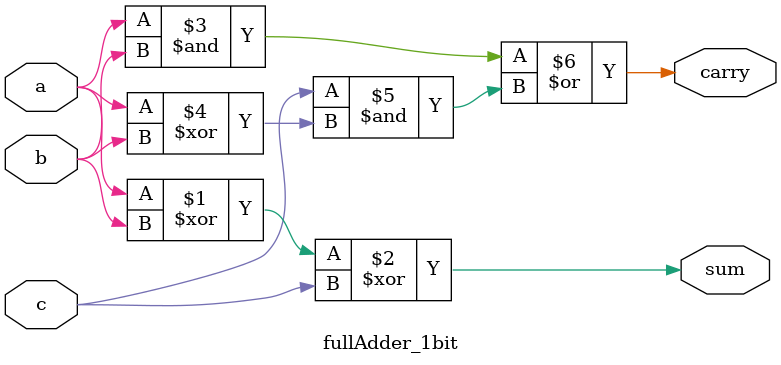
<source format=v>
/*
Title: Automatic Room Power using Bidirectional Visitor Counter

Reg No: 16CO130, 16CO247

Abstract: The aim of the project is to automate the basic components in a room which would otherwise require to be done manually. The basic components addressed here are
          the electricity in a room, maximum occupancy of a room and the entry/exit doors of a room. These components can be controlled based on the number of people in the room.
          It is very important to save energy but very few buildings have the needed technology to automatically control power. This leads to drastic wastage of power. 
          Our model aims to automatically control the power in a room. This model also has the additional functionality of limiting the number of people in the room thus 
          preventing congestion and overuse of resources in the room. This model can be implemented in classrooms(to check attendance also), theatres(limited occupancy), 
          trains(to save power and check no. of passengers), conference rooms etc. 
          
Functionalities: 1) Controls the power in the room to save energy based on the count of people inside the room
                 2) Controls the entry and exit door of the room according to the count of people inside the room
                 3) Accepts input on the maximum occupancy of room and restricts people from entering the room when maximum limit is reached
                 4) Checks for underflow and overflow in count
                 5) 7 Segment Display
                 
Brief Description on code: The main module has the following inputs: 
                           1) Up count button, 2) Down count button, 3) Reset button, 4) Upper limit on count
                           Main module initialises the "modified_counter" module which is a modified 10 bit synchronous up-down counter which has functionalites(1 to 4) described above.
                           It also initialises binary to BCD convertor module("binary_to_bcd") used to convert the 10 bit binary output from counter to BCD
                           It initialises four 7 segment displays to display the 4 digit decimal number which indicates the count
                           The outputs of the main module are
                           1) Power(on/off) 2) Entry door(open/close) 3) Exit door(open/close) 4) 4 digit Decimal display
*/

// Main module
module VerilogDM_130_247(up_count, down_count, reset, upper_limit, power, entry_door, exit_door, count_digit4, count_digit3, count_digit2, count_digit1);
    
    input up_count;                //  Input button to count up   
    input down_count;              //  Input button to count down
    input reset;                   //  Reset input to reset count to 0
    input [0:9]upper_limit;        //  Upper limit of counter
     
    output [0:3]count_digit1;      //  One's place count output
    output [0:3]count_digit2;      //  Ten's place count output
    output [0:3]count_digit3;      //  Hundred's place count output
    output [0:3]count_digit4;      //  Thousand's place of count output
    output power;                  //  Power in the room (on/off)
    output entry_door;             //  Entry door of room (open/close)
    output exit_door;              //  Exit door of room (open/close)
    
    wire [0:9]count;               //  Count of people in the room
    wire [0:6]digit1_7seg;         //  Light encoding of one's place of count output in 7 segment display
    wire [0:6]digit2_7seg;         //  Light encoding of ten's place of count output in 7 segment display
    wire [0:6]digit3_7seg;         //  Light encoding of hundred's place of count output in 7 segment display
    wire [0:6]digit4_7seg;         //  Light encoding of thousand's place of count output in 7 segment display
    
    modified_counter counter(up_count, down_count, reset, upper_limit, count, power, entry_door, exit_door);         //  Initialize the modified counter
    binary_to_bcd bin_to_bcd(count, count_digit4, count_digit3, count_digit2, count_digit1);                         //  Initialize the binary to BCD converter 
    
    bcd_to_seven digit1(count_digit1, digit1_7seg);                //  Initialize BCD to 7 segment display for one's place of count                                                    
    bcd_to_seven digit2(count_digit2, digit2_7seg);                //  Initialize BCD to 7 segment display for ten's place of count 
    bcd_to_seven digit3(count_digit3, digit3_7seg);                //  Initialize BCD to 7 segment display for hundred's place of count 
    bcd_to_seven digit4(count_digit4, digit4_7seg);                //  Initialize BCD to 7 segment display for thousand's place of count
    
endmodule

// Modified Counter: Checks overflow and underflow. Maximum limit on count. Controls the power, entry and exit door of room
module modified_counter(up_count, down_count, reset, upper_limit, output_count, light, entry_door, exit_door);
   
   input up_count;                           //  Input button to count up   
   input down_count;                         //  Input button to count down
   input reset;                              //  Reset input to reset count to 0
   input [0:9]upper_limit;                   //  Upper limit of counter
   
   output [0:9]output_count;                 //  Count of number of people in room
   output light;                             //  Light or power in the room(on/off)         
   output entry_door;                        //  Entry door of room(open/close)
   output exit_door;                         //  Exit door of room(open/close)
   
   wire up_count_in;                         //  Up count input to counter
   wire down_count_in;                       //  Down count input to counter
   wire select_up;                           //  Selector signal to up count mux  
   wire select_down;                         //  Selector signal to down count mux
   wire [0:9]up_limit_bit;                   //  Maximum count
   
   mux_2to1 mux_0(~output_count[0], output_count[0], upper_limit[0], up_limit_bit[0]);
   mux_2to1 mux_1(~output_count[1], output_count[1], upper_limit[1], up_limit_bit[1]);
   mux_2to1 mux_2(~output_count[2], output_count[2], upper_limit[2], up_limit_bit[2]);
   mux_2to1 mux_3(~output_count[3], output_count[3], upper_limit[3], up_limit_bit[3]);
   mux_2to1 mux_4(~output_count[4], output_count[4], upper_limit[4], up_limit_bit[4]);
   mux_2to1 mux_5(~output_count[5], output_count[5], upper_limit[5], up_limit_bit[5]);
   mux_2to1 mux_6(~output_count[6], output_count[6], upper_limit[6], up_limit_bit[6]);
   mux_2to1 mux_7(~output_count[7], output_count[7], upper_limit[7], up_limit_bit[7]);
   mux_2to1 mux_8(~output_count[8], output_count[8], upper_limit[8], up_limit_bit[8]);
   mux_2to1 mux_9(~output_count[9], output_count[9], upper_limit[9], up_limit_bit[9]);
   
   assign select_down = !(output_count[0]|output_count[1]|output_count[2]|output_count[3]|output_count[4]|output_count[5]|output_count[6]|output_count[7]|output_count[8]|output_count[9]);
   assign select_up = (up_limit_bit[0]&up_limit_bit[1]&up_limit_bit[2]&up_limit_bit[3]&up_limit_bit[4]&up_limit_bit[5]&up_limit_bit[6]&up_limit_bit[7]&up_limit_bit[8]&up_limit_bit[9]);
   
   mux_2to1 mux_up(up_count, 0, select_up, up_count_in);
   mux_2to1 mux_down(down_count, 0, select_down, down_count_in);
   
   up_down_counter udCounter(up_count_in, down_count_in, reset, output_count);
    
   assign light = !select_down;
   assign entry_door = !select_up;
   assign exit_door = !select_down;
    
endmodule


// 10 bit Manual Sychronous Up-down counter
module up_down_counter(up_count, down_count, reset, output_count);
    
    input up_count;                // Count up signal
    input down_count;              // Count down signal
    input reset;                   // Reset signal
    
    output [0:9]output_count;      // Output count
    
    wire [0:9]cc_in1;              // Intermediate combinational circuit 
    wire [0:9]cc_in2;              // Intermediate combinational circuit 
    wire qn[0:9];                  // Q bar output of each T flip flop in counter
    wire qn_latch;                 // Q bar output of SR latch
    wire [0:8]tff_in;              // Inputs to the 10 T flip flops 
    wire clock;                    // Clock input

    assign clock = (up_count | down_count);

	sr_latch sr(1, up_count, down_count, cc_in1[9], temp);
	tFlipFlop tff9(clock, 1, reset, output_count[9], qn[9]);

	comb_circ cc8(cc_in1[9], output_count[9], qn[9], ~cc_in1[9], cc_in1[8], tff_in[8], cc_in2[8]);
	tFlipFlop tff8(clock, tff_in[8], reset, output_count[8], qn[8]);

	comb_circ cc7(cc_in1[8], output_count[8], qn[8], cc_in2[8], cc_in1[7], tff_in[7], cc_in2[7]);
	tFlipFlop tff7(clock, tff_in[7], reset, output_count[7], qn[7]);

	comb_circ cc6(cc_in1[7], output_count[7], qn[7], cc_in2[7], cc_in1[6], tff_in[6], cc_in2[6]);
	tFlipFlop tff6(clock, tff_in[6], reset, output_count[6], qn[6]);

	comb_circ cc5(cc_in1[6], output_count[6], qn[6], cc_in2[6], cc_in1[5], tff_in[5], cc_in2[5]);
	tFlipFlop tff5(clock, tff_in[5], reset, output_count[5], qn[5]);

	comb_circ cc4(cc_in1[5], output_count[5], qn[5], cc_in2[5], cc_in1[4], tff_in[4], cc_in2[4]);
	tFlipFlop tff4(clock, tff_in[4], reset, output_count[4], qn[4]);

	comb_circ cc3(cc_in1[4], output_count[4], qn[4], cc_in2[4], cc_in1[3], tff_in[3], cc_in2[3]);
	tFlipFlop tff3(clock, tff_in[3], reset, output_count[3], qn[3]);

	comb_circ cc2(cc_in1[3], output_count[3], qn[3], cc_in2[3], cc_in1[2], tff_in[2], cc_in2[2]);
	tFlipFlop tff2(clock, tff_in[2], reset, output_count[2], qn[2]);

	comb_circ cc1(cc_in1[2], output_count[2], qn[2], cc_in2[2], cc_in1[1], tff_in[1], cc_in2[1]);
	tFlipFlop tff1(clock, tff_in[1], reset, output_count[1], qn[1]);

	comb_circ cc0(cc_in1[1], output_count[1], qn[1], cc_in2[1], cc_in1[0], tff_in[0], cc_in2[0]);
	tFlipFlop tff0(clock, tff_in[0], reset, output_count[0], qn[0]);

endmodule


// Master Slave T flip flop
module tFlipFlop(clk, t, reset, q, qn);
   
    input clk;        // Clock input
    input t;          // T input
    input reset;      // Reset signal
    
    output q;         // Output q of t flip flop
    output qn;        // Output q bar of t flip flop
   
    wire   j2;        // Master's J input
    wire   k2;        // Master's K input
    wire   mq;        // Master's Q output.
    wire   mqn;       // Master's Qn output.
    wire   clkn;      // Complement clock to slave
    wire   j1;        // Slave's input
    wire   k1;        // Slave's output
   
    assign j2 = reset ? 0 : j1;   // Upon reset J2 = 0
    assign k2 = reset ? 1 : k1;   // Upon reset K2 = 1
   
    assign j1 = t & qn;
    assign k1 = t & q;
    assign clkn = !clk;
 
    sr_latch master(clk, j2, k2, mq, mqn);
    sr_latch slave(clkn, mq, mqn, q, qn);   
    
endmodule 

// Gated SR Latch
module sr_latch(e, s, r, q, qn);
   
    input e;        // Enable input
    input s;        // S input
    input r;        // R input
    output q;       // Q output
    output qn;      // Q bar output
   
    wire   s1;      // Input wire to S and gate
    wire   r1;      // Input wire to R and gate 
     
    assign s1 = e & s;
    assign r1 = e & r;   
    assign qn = !(s1 | q) === 1;
    assign q = !(r1 | qn) === 1;
endmodule 

// Intermediate Combinational Circuits used in up-down counter
module comb_circ(cc_in1, cc_in2, cc_in3, cc_in4, cc_out1, cc_out2, cc_out3);
	
	input cc_in1;          // Input 1 of combinational circuit
	input cc_in2;          // Input 2 of combinational circuit
	input cc_in3;          // Input 3 of combinational circuit
	input cc_in4;          // Input 4 of combinational circuit

	output cc_out1;        // Output 1 of combinational circuit
	output cc_out2;        // Output 2 of combinational circuit
	output cc_out3;        // Output 3 of combinational circuit

	assign cc_out1 = cc_in1 & cc_in2;
	assign cc_out3 = cc_in3 & cc_in4;
	assign cc_out2 = cc_out1 | cc_out3;

endmodule


// 2 to 1 multiplexer
module mux_2to1(input1, input2, select, out);
	
	input input1;    // Input 1 of mux
	input input2;    // Input 2 of mux
	input select;    // Select signal to mux
	
	output out;      // Output of mux
	
	assign out = ((~select) & input1) | (select & input2);

endmodule

// 10 bit binary to BCD convertor: Converts 10 bit binary number to 12 bit BCD number
module binary_to_bcd(binary_input, bcd_digit4, bcd_digit3, bcd_digit2, bcd_digit1);
	
	input [9:0]binary_input;     //  10 bit binary input
	output [3:0]bcd_digit4;      //  Thousands place of decimal output
	output [3:0]bcd_digit3;      //  Hundreds place of decimal output
	output [3:0]bcd_digit2;      //  Ten's place of decimal output
	output [3:0]bcd_digit1;      //  Unit's place of decimal output
	
	
	wire [3:0]temp0, temp1, temp2, temp3, 
	          temp4, temp5, temp6, temp7,                   // Intermediate wires used
	          temp8, temp13, temp14, temp15, 
	          temp16, temp17, temp18, temp26, 
	          temp27, temp28, temp9, temp19, temp29;

	check_add3 ca0(0, 0, 0, binary_input[9], temp0);

	check_add3 ca1(temp0[2], temp0[1], temp0[0], binary_input[9], temp1);

	check_add3 ca2(temp1[2], temp1[1], temp1[0], binary_input[8], temp2);

	check_add3 ca3(temp2[2], temp2[1], temp2[0], binary_input[7], temp3);
	check_add3 ca13(0, 0, 0, temp2[3], temp13);

	check_add3 ca4(temp3[2], temp3[1], temp3[0], binary_input[6], temp4);
	check_add3 ca14(temp13[2], temp13[1], temp13[0], temp3[3], temp14);

	check_add3 ca5(temp4[2], temp4[1], temp4[0], binary_input[5], temp5);
	check_add3 ca15(temp14[2], temp14[1], temp14[0], temp4[3], temp15);

	check_add3 ca6(temp5[2], temp5[1], temp5[0], binary_input[4], temp6);
	check_add3 ca16(temp15[2], temp15[1], temp15[0], temp5[3], temp16);
	check_add3 ca26(0, 0, 0, temp15[3], temp26);

	check_add3 ca7(temp6[2], temp6[1], temp6[0], binary_input[3], temp7);
	check_add3 ca17(temp16[2], temp16[1], temp16[0], temp6[3], temp17);
	check_add3 ca27(temp26[2], temp26[1], temp26[0], temp16[3], temp27);

	check_add3 ca8(temp7[2], temp7[1], temp7[0], binary_input[2], temp8);
	check_add3 ca18(temp17[2], temp17[1], temp17[0], temp7[3], temp18);
	check_add3 ca28(temp27[2], temp27[1], temp27[0], temp17[3], temp28);

	check_add3 ca9(temp8[2], temp8[1], temp8[0], binary_input[1], temp9);
	check_add3 ca19(temp18[2], temp18[1], temp18[0], temp8[3], temp19);
	check_add3 ca29(temp28[2], temp28[1], temp28[0], temp18[3], temp29);

	assign bcd_digit1[0] = binary_input[0];
	assign bcd_digit1[3:1] = temp9[2:0];
	assign bcd_digit2[0] = temp9[3];
	assign bcd_digit2[3:1] = temp19[2:0];
	assign bcd_digit3[0] = temp19[3];
	assign bcd_digit3[3:1] = temp29[2:0];
	assign bcd_digit4[0] = temp29[3];
	assign bcd_digit4[3:1] = 3'b000;

endmodule

// Intermediate Combinational circuit used in 10 bit binary to BCD converter
module check_add3(in_bit3, in_bit2, in_bit1, in_bit0, bcd_4bit);

	input in_bit0;           // Input bit 1
	input in_bit1;           // Input bit 2
	input in_bit2;           // Input bit 3
	input in_bit3;           // Input bit 4
	
	output [3:0]bcd_4bit;    // 4 bit BCD output
	
	wire temp1, temp2, temp3;       // Intermediate wires
	wire [3:0]summand;              // Summand to full adder
	wire carry;                     // Carry out of full adder
	wire [3:0]input_4bit;           // Input to full adder

   assign temp1 = in_bit0 | in_bit1;
   assign temp2 = in_bit2 & temp1;
   assign temp3 = in_bit3 | temp2;
   assign summand[0] = temp3;
   assign summand[1] = temp3;
   assign summand[3:2] = 2'b00;
   
   assign input_4bit[0] = in_bit0;
   assign input_4bit[1] = in_bit1;
   assign input_4bit[2] = in_bit2;
   assign input_4bit[3] = in_bit3;
   
   fullAdder_4bit full_adder(input_4bit, summand, bcd_4bit, carry);
   
endmodule

// BCD to 7 segment display decoder
module bcd_to_seven(A, out); 					 

	input [0:3]A;     // 4 bit BCD number
	output [0:6]out;  // Outputs to the 7 segments of the 7 segment display

	//assigning desired output
	assign	out[0] = ( A[1] & A[3] ) | ( ~A[1] & ~A[3] ) | A[0] | A[2];
	assign 	out[1] = ( A[2] & A[3] ) | ( ~A[2] & ~A[3] ) | (~A[1]);
	assign	out[2] = A[1] | (~A[2]) | A[3];
	assign	out[3] = A[0] | ( ~A[1] & ~A[3] ) | ( A[2] & ~A[3] ) | ( ~A[1] & A[2] ) | ( A[3] & A[1] & (~A[2]) );
	assign	out[4] = ( ~A[1] & ~A[3] ) | ( A[2] & ~A[3] );
	assign	out[5] = A[0] | ( ~A[2] & ~A[3] ) | ( A[1] & ~A[2] ) | ( A[1] & ~A[3] );
	assign	out[6] = ( ~A[1] & A[2] ) | ( A[2] & ~A[3]) | ( A[1] & ~ A[2]) | A[0];

endmodule

// 4 bit full adder
module fullAdder_4bit(a, b, sum, carry);

	input [3:0] a;      // Input 1 of full adder
	input [3:0] b;      // Input 2 of full adder
	
	output [3:0] sum;   // Output sum
	output carry;       // Output carry

	wire [2:0] c;       // Input carry

	fullAdder_1bit d1(a[0], b[0], 1'b0, sum[0], c[0]);
	fullAdder_1bit d2(a[1], b[1], c[0], sum[1], c[1]);
	fullAdder_1bit d3(a[2], b[2], c[1], sum[2], c[2]);
	fullAdder_1bit d4(a[3], b[3], c[2], sum[3], carry);


endmodule

// 1 bit full adder
module fullAdder_1bit(a, b, c, sum, carry);

	input a;         // Input 1 of full adder
	input b;         // Input 2 of full adder  
	input c;         // Carry In of full adder
	
	output sum;      // Output sum of full adder
	output carry;    // Input sum of full adder

	assign sum = a^b^c;
	assign carry = a&b | c&(a^b);

endmodule

</source>
